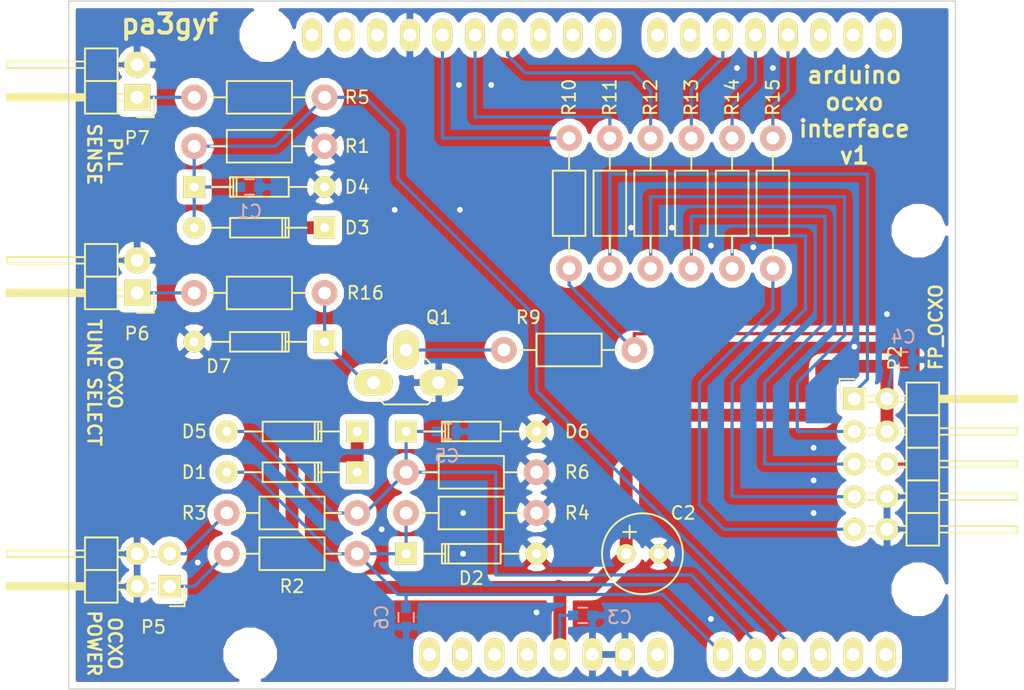
<source format=kicad_pcb>
(kicad_pcb (version 4) (host pcbnew "(after 2015-mar-04 BZR unknown)-product")
  (layers (0 F.Cu signal) (31 B.Cu signal) (34 B.Paste user) (35 F.Paste user) (36 B.SilkS user) (37 F.SilkS user) (38 B.Mask user) (39 F.Mask user) (44 Edge.Cuts user))
  (net 0 "")
  (net 1 "Net-(SHIELD1-PadAD5)")
  (net 2 "Net-(SHIELD1-PadAD4)")
  (net 3 "Net-(SHIELD1-PadAD3)")
  (net 4 "Net-(SHIELD1-PadV_IN)")
  (net 5 "Net-(SHIELD1-Pad3V3)")
  (net 6 "Net-(SHIELD1-PadRST)")
  (net 7 "Net-(SHIELD1-Pad0)")
  (net 8 "Net-(SHIELD1-Pad1)")
  (net 9 "Net-(SHIELD1-PadAREF)")
  (net 10 "Net-(SHIELD1-PadSDA)")
  (net 11 "Net-(SHIELD1-PadSCL)")
  (net 12 "Net-(SHIELD1-PadIO_R)")
  (net 13 "Net-(SHIELD1-PadNC)")
  (net 14 "Net-(P5-Pad1)")
  (net 15 "Net-(P5-Pad3)")
  (net 16 "Net-(P7-Pad1)")
  (net 17 GND)
  (net 18 +5V)
  (net 19 heater_red)
  (net 20 heater_green)
  (net 21 locked_red)
  (net 22 tune_sel)
  (net 23 locked_green)
  (net 24 tune_man)
  (net 25 tune_pll)
  (net 26 "Net-(C1-Pad1)")
  (net 27 "Net-(R15-Pad2)")
  (net 28 "Net-(R14-Pad2)")
  (net 29 "Net-(R13-Pad2)")
  (net 30 "Net-(R12-Pad2)")
  (net 31 "Net-(R11-Pad2)")
  (net 32 "Net-(R10-Pad2)")
  (net 33 "Net-(C5-Pad1)")
  (net 34 "Net-(C6-Pad1)")
  (net 35 "Net-(D7-Pad2)")
  (net 36 "Net-(Q1-Pad2)")
  (net 37 "Net-(SHIELD1-Pad2)")
  (net 38 "Net-(SHIELD1-Pad6)")
  (net 39 "Net-(SHIELD1-Pad7)")
  (net 40 "Net-(SHIELD1-Pad8)")
  (net 41 "Net-(SHIELD1-Pad9)")
  (net 42 "Net-(SHIELD1-Pad10)")
  (module via:via (layer F.Cu) (at 173.736 67.818)
    (fp_text reference "" hide)
    (fp_text value "" hide)
    (pad 1 thru_hole circle (at 0 0) (size 0.97 0.97) (drill 0.45) (layers *.Cu *.Mask) (net 17 GND))
  )
  (module via:via (layer F.Cu) (at 178.816 67.818)
    (fp_text reference "" hide)
    (fp_text value "" hide)
    (pad 1 thru_hole circle (at 0 0) (size 0.97 0.97) (drill 0.45) (layers *.Cu *.Mask) (net 17 GND))
  )
  (module via:via (layer F.Cu) (at 211.328 76.2)
    (fp_text reference "" hide)
    (fp_text value "" hide)
    (pad 1 thru_hole circle (at 0.762 -0.254) (size 0.97 0.97) (drill 0.45) (layers *.Cu *.Mask) (net 17 GND))
  )
  (module via:via (layer F.Cu) (at 208.788 78.74)
    (fp_text reference "" hide)
    (fp_text value "" hide)
    (pad 1 thru_hole circle (at 0.762 -0.254) (size 0.97 0.97) (drill 0.45) (layers *.Cu *.Mask) (net 17 GND))
  )
  (module via:via (layer F.Cu) (at 184.785 99.187)
    (fp_text reference "" hide)
    (fp_text value "" hide)
    (pad 1 thru_hole circle (at 0 0) (size 0.97 0.97) (drill 0.45) (layers *.Cu *.Mask) (net 17 GND))
  )
  (module via:via (layer F.Cu) (at 203.2 56.769)
    (fp_text reference "" hide)
    (fp_text value "" hide)
    (pad 1 thru_hole circle (at 0 0) (size 0.97 0.97) (drill 0.45) (layers *.Cu *.Mask) (net 17 GND))
  )
  (module via:via (layer F.Cu) (at 200.406 56.769)
    (fp_text reference "" hide)
    (fp_text value "" hide)
    (pad 1 thru_hole circle (at 0 0) (size 0.97 0.97) (drill 0.45) (layers *.Cu *.Mask) (net 17 GND))
  )
  (module via:via (layer F.Cu) (at 201.676 70.739)
    (fp_text reference "" hide)
    (fp_text value "" hide)
    (pad 1 thru_hole circle (at 0 0) (size 0.97 0.97) (drill 0.45) (layers *.Cu *.Mask) (net 17 GND))
  )
  (module via:via (layer F.Cu) (at 198.374 70.612)
    (fp_text reference "" hide)
    (fp_text value "" hide)
    (pad 1 thru_hole circle (at 0 0) (size 0.97 0.97) (drill 0.45) (layers *.Cu *.Mask) (net 17 GND))
  )
  (module via:via (layer F.Cu) (at 195.326 69.215)
    (fp_text reference "" hide)
    (fp_text value "" hide)
    (pad 1 thru_hole circle (at 0 0) (size 0.97 0.97) (drill 0.45) (layers *.Cu *.Mask) (net 17 GND))
  )
  (module via:via (layer F.Cu) (at 192.151 69.215)
    (fp_text reference "" hide)
    (fp_text value "" hide)
    (pad 1 thru_hole circle (at 0 0) (size 0.97 0.97) (drill 0.45) (layers *.Cu *.Mask) (net 17 GND))
  )
  (module via:via (layer F.Cu) (at 181.2544 58.0898)
    (fp_text reference "" hide)
    (fp_text value "" hide)
    (pad 1 thru_hole circle (at 0 0) (size 0.97 0.97) (drill 0.45) (layers *.Cu *.Mask) (net 17 GND))
  )
  (module via:via (layer F.Cu) (at 178.7398 58.0898)
    (fp_text reference "" hide)
    (fp_text value "" hide)
    (pad 1 thru_hole circle (at 0 0) (size 0.97 0.97) (drill 0.45) (layers *.Cu *.Mask) (net 17 GND))
  )
  (module via:via (layer F.Cu) (at 158.3944 95.3008)
    (fp_text reference "" hide)
    (fp_text value "" hide)
    (pad 1 thru_hole circle (at 0 0) (size 0.97 0.97) (drill 0.45) (layers *.Cu *.Mask) (net 17 GND))
  )
  (module via:via (layer F.Cu) (at 172.72 92.71)
    (fp_text reference "" hide)
    (fp_text value "" hide)
    (pad 1 thru_hole circle (at 0 0) (size 0.97 0.97) (drill 0.45) (layers *.Cu *.Mask) (net 17 GND))
  )
  (module via:via (layer F.Cu) (at 179.07 94.615)
    (fp_text reference "" hide)
    (fp_text value "" hide)
    (pad 1 thru_hole circle (at 0 0) (size 0.97 0.97) (drill 0.45) (layers *.Cu *.Mask) (net 17 GND))
  )
  (module via:via (layer F.Cu) (at 198.374 99.695)
    (fp_text reference "" hide)
    (fp_text value "" hide)
    (pad 1 thru_hole circle (at 0 0) (size 0.97 0.97) (drill 0.45) (layers *.Cu *.Mask) (net 17 GND))
  )
  (module via:via (layer F.Cu) (at 179.07 94.615)
    (fp_text reference "" hide)
    (fp_text value "" hide)
    (pad 1 thru_hole circle (at 0 0) (size 0.97 0.97) (drill 0.45) (layers *.Cu *.Mask) (net 17 GND))
  )
  (module via:via (layer F.Cu) (at 179.07 91.44)
    (fp_text reference "" hide)
    (fp_text value "" hide)
    (pad 1 thru_hole circle (at 0 0) (size 0.97 0.97) (drill 0.45) (layers *.Cu *.Mask) (net 17 GND))
  )
  (module via:via (layer F.Cu) (at 206.375 86.36)
    (fp_text reference "" hide)
    (fp_text value "" hide)
    (pad 1 thru_hole circle (at 0 0) (size 0.97 0.97) (drill 0.45) (layers *.Cu *.Mask) (net 17 GND))
  )
  (module via:via (layer F.Cu) (at 206.375 88.9)
    (fp_text reference "" hide)
    (fp_text value "" hide)
    (pad 1 thru_hole circle (at 0 0) (size 0.97 0.97) (drill 0.45) (layers *.Cu *.Mask) (net 17 GND))
  )
  (module freetronics_footprints:ARDUINO_SHIELD (layer F.Cu) (at 148.5011 105.0036)
    (fp_text reference SHIELD1 hide)
    (fp_text value ARDUINO_SHIELD hide)
    (pad AD5 thru_hole oval (at 63.5 -2.54 90) (size 2.54 1.524) (drill 1.016) (layers *.Cu *.Mask F.SilkS) (net 1 "Net-(SHIELD1-PadAD5)"))
    (pad AD4 thru_hole oval (at 60.96 -2.54 90) (size 2.54 1.524) (drill 1.016) (layers *.Cu *.Mask F.SilkS) (net 2 "Net-(SHIELD1-PadAD4)"))
    (pad AD3 thru_hole oval (at 58.42 -2.54 90) (size 2.54 1.524) (drill 1.016) (layers *.Cu *.Mask F.SilkS) (net 3 "Net-(SHIELD1-PadAD3)"))
    (pad AD0 thru_hole oval (at 50.8 -2.54 90) (size 2.54 1.524) (drill 1.016) (layers *.Cu *.Mask F.SilkS) (net 34 "Net-(C6-Pad1)"))
    (pad AD1 thru_hole oval (at 53.34 -2.54 90) (size 2.54 1.524) (drill 1.016) (layers *.Cu *.Mask F.SilkS) (net 33 "Net-(C5-Pad1)"))
    (pad AD2 thru_hole oval (at 55.88 -2.54 90) (size 2.54 1.524) (drill 1.016) (layers *.Cu *.Mask F.SilkS) (net 26 "Net-(C1-Pad1)"))
    (pad V_IN thru_hole oval (at 45.72 -2.54 90) (size 2.54 1.524) (drill 1.016) (layers *.Cu *.Mask F.SilkS) (net 4 "Net-(SHIELD1-PadV_IN)"))
    (pad GND2 thru_hole oval (at 43.18 -2.54 90) (size 2.54 1.524) (drill 1.016) (layers *.Cu *.Mask F.SilkS) (net 17 GND))
    (pad GND1 thru_hole oval (at 40.64 -2.54 90) (size 2.54 1.524) (drill 1.016) (layers *.Cu *.Mask F.SilkS) (net 17 GND))
    (pad 3V3 thru_hole oval (at 35.56 -2.54 90) (size 2.54 1.524) (drill 1.016) (layers *.Cu *.Mask F.SilkS) (net 5 "Net-(SHIELD1-Pad3V3)"))
    (pad RST thru_hole oval (at 33.02 -2.54 90) (size 2.54 1.524) (drill 1.016) (layers *.Cu *.Mask F.SilkS) (net 6 "Net-(SHIELD1-PadRST)"))
    (pad 0 thru_hole oval (at 63.5 -50.8 90) (size 2.54 1.524) (drill 1.016) (layers *.Cu *.Mask F.SilkS) (net 7 "Net-(SHIELD1-Pad0)"))
    (pad 1 thru_hole oval (at 60.96 -50.8 90) (size 2.54 1.524) (drill 1.016) (layers *.Cu *.Mask F.SilkS) (net 8 "Net-(SHIELD1-Pad1)"))
    (pad 2 thru_hole oval (at 58.42 -50.8 90) (size 2.54 1.524) (drill 1.016) (layers *.Cu *.Mask F.SilkS) (net 37 "Net-(SHIELD1-Pad2)"))
    (pad 3 thru_hole oval (at 55.88 -50.8 90) (size 2.54 1.524) (drill 1.016) (layers *.Cu *.Mask F.SilkS) (net 27 "Net-(R15-Pad2)"))
    (pad 4 thru_hole oval (at 53.34 -50.8 90) (size 2.54 1.524) (drill 1.016) (layers *.Cu *.Mask F.SilkS) (net 28 "Net-(R14-Pad2)"))
    (pad 5 thru_hole oval (at 50.8 -50.8 90) (size 2.54 1.524) (drill 1.016) (layers *.Cu *.Mask F.SilkS) (net 29 "Net-(R13-Pad2)"))
    (pad 6 thru_hole oval (at 48.26 -50.8 90) (size 2.54 1.524) (drill 1.016) (layers *.Cu *.Mask F.SilkS) (net 38 "Net-(SHIELD1-Pad6)"))
    (pad 7 thru_hole oval (at 45.72 -50.8 90) (size 2.54 1.524) (drill 1.016) (layers *.Cu *.Mask F.SilkS) (net 39 "Net-(SHIELD1-Pad7)"))
    (pad 8 thru_hole oval (at 41.656 -50.8 90) (size 2.54 1.524) (drill 1.016) (layers *.Cu *.Mask F.SilkS) (net 40 "Net-(SHIELD1-Pad8)"))
    (pad 9 thru_hole oval (at 39.116 -50.8 90) (size 2.54 1.524) (drill 1.016) (layers *.Cu *.Mask F.SilkS) (net 41 "Net-(SHIELD1-Pad9)"))
    (pad 10 thru_hole oval (at 36.576 -50.8 90) (size 2.54 1.524) (drill 1.016) (layers *.Cu *.Mask F.SilkS) (net 42 "Net-(SHIELD1-Pad10)"))
    (pad 11 thru_hole oval (at 34.036 -50.8 90) (size 2.54 1.524) (drill 1.016) (layers *.Cu *.Mask F.SilkS) (net 30 "Net-(R12-Pad2)"))
    (pad 12 thru_hole oval (at 31.496 -50.8 90) (size 2.54 1.524) (drill 1.016) (layers *.Cu *.Mask F.SilkS) (net 31 "Net-(R11-Pad2)"))
    (pad 13 thru_hole oval (at 28.956 -50.8 90) (size 2.54 1.524) (drill 1.016) (layers *.Cu *.Mask F.SilkS) (net 32 "Net-(R10-Pad2)"))
    (pad GND3 thru_hole oval (at 26.416 -50.8 90) (size 2.54 1.524) (drill 1.016) (layers *.Cu *.Mask F.SilkS) (net 17 GND))
    (pad AREF thru_hole oval (at 23.876 -50.8 90) (size 2.54 1.524) (drill 1.016) (layers *.Cu *.Mask F.SilkS) (net 9 "Net-(SHIELD1-PadAREF)"))
    (pad 5V thru_hole oval (at 38.1 -2.54 90) (size 2.54 1.524) (drill 1.016) (layers *.Cu *.Mask F.SilkS) (net 18 +5V))
    (pad "" np_thru_hole circle (at 66.04 -7.62 90) (size 3.175 3.175) (drill 3.175) (layers *.Cu *.Mask F.SilkS))
    (pad "" np_thru_hole circle (at 66.04 -35.56 90) (size 3.175 3.175) (drill 3.175) (layers *.Cu *.Mask F.SilkS))
    (pad "" np_thru_hole circle (at 15.24 -50.8 90) (size 3.175 3.175) (drill 3.175) (layers *.Cu *.Mask F.SilkS))
    (pad "" np_thru_hole circle (at 13.97 -2.54 90) (size 3.175 3.175) (drill 3.175) (layers *.Cu *.Mask F.SilkS))
    (pad SDA thru_hole oval (at 21.336 -50.8 90) (size 2.54 1.524) (drill 1.016) (layers *.Cu *.Mask F.SilkS) (net 10 "Net-(SHIELD1-PadSDA)"))
    (pad SCL thru_hole oval (at 18.796 -50.8 90) (size 2.54 1.524) (drill 1.016) (layers *.Cu *.Mask F.SilkS) (net 11 "Net-(SHIELD1-PadSCL)"))
    (pad IO_R thru_hole oval (at 30.48 -2.54 90) (size 2.54 1.524) (drill 1.016) (layers *.Cu *.Mask F.SilkS) (net 12 "Net-(SHIELD1-PadIO_R)"))
    (pad NC thru_hole oval (at 27.94 -2.54 90) (size 2.54 1.524) (drill 1.016) (layers *.Cu *.Mask F.SilkS) (net 13 "Net-(SHIELD1-PadNC)"))
  )
  (module Pin_Headers:Pin_Header_Angled_2x05 (layer F.Cu) (at 209.55 82.55)
    (fp_text reference P2 (at 3.175 -3.175 90) (layer F.SilkS))
    (fp_text value CONN_FP_OCXO)
    (pad 1 thru_hole rect (at 0 0) (size 1.7272 1.7272) (drill 1.016) (layers *.Cu *.Mask F.SilkS) (net 19 heater_red))
    (pad 2 thru_hole oval (at 2.54 0) (size 1.7272 1.7272) (drill 1.016) (layers *.Cu *.Mask F.SilkS) (net 18 +5V))
    (pad 3 thru_hole oval (at 0 2.54) (size 1.7272 1.7272) (drill 1.016) (layers *.Cu *.Mask F.SilkS) (net 20 heater_green))
    (pad 4 thru_hole oval (at 2.54 2.54) (size 1.7272 1.7272) (drill 1.016) (layers *.Cu *.Mask F.SilkS) (net 18 +5V))
    (pad 5 thru_hole oval (at 0 5.08) (size 1.7272 1.7272) (drill 1.016) (layers *.Cu *.Mask F.SilkS) (net 21 locked_red))
    (pad 6 thru_hole oval (at 2.54 5.08) (size 1.7272 1.7272) (drill 1.016) (layers *.Cu *.Mask F.SilkS) (net 22 tune_sel))
    (pad 7 thru_hole oval (at 0 7.62) (size 1.7272 1.7272) (drill 1.016) (layers *.Cu *.Mask F.SilkS) (net 23 locked_green))
    (pad 8 thru_hole oval (at 2.54 7.62) (size 1.7272 1.7272) (drill 1.016) (layers *.Cu *.Mask F.SilkS) (net 17 GND))
    (pad 9 thru_hole oval (at 0 10.16) (size 1.7272 1.7272) (drill 1.016) (layers *.Cu *.Mask F.SilkS) (net 24 tune_man))
    (pad 10 thru_hole oval (at 2.54 10.16) (size 1.7272 1.7272) (drill 1.016) (layers *.Cu *.Mask F.SilkS) (net 17 GND))
  )
  (module Pin_Headers:Pin_Header_Angled_2x02 (layer F.Cu) (at 156.21 97.155 180)
    (fp_text reference P5 (at 1.27 -3.175 360) (layer F.SilkS))
    (fp_text value CONN_OCXO_POWER)
    (pad 1 thru_hole rect (at 0 0 180) (size 1.7272 1.7272) (drill 1.016) (layers *.Cu *.Mask F.SilkS) (net 14 "Net-(P5-Pad1)"))
    (pad 2 thru_hole oval (at 2.54 0 180) (size 1.7272 1.7272) (drill 1.016) (layers *.Cu *.Mask F.SilkS) (net 17 GND))
    (pad 3 thru_hole oval (at 0 2.54 180) (size 1.7272 1.7272) (drill 1.016) (layers *.Cu *.Mask F.SilkS) (net 15 "Net-(P5-Pad3)"))
    (pad 4 thru_hole oval (at 2.54 2.54 180) (size 1.7272 1.7272) (drill 1.016) (layers *.Cu *.Mask F.SilkS) (net 17 GND))
  )
  (module Pin_Headers:Pin_Header_Angled_1x02 (layer F.Cu) (at 153.67 74.295 180)
    (fp_text reference P6 (at 0 -3.175 180) (layer F.SilkS))
    (fp_text value CONN_OCXO_TUNE_SELECT)
    (pad 1 thru_hole rect (at 0 0 180) (size 2.032 2.032) (drill 1.016) (layers *.Cu *.Mask F.SilkS) (net 25 tune_pll))
    (pad 2 thru_hole oval (at 0 2.54 180) (size 2.032 2.032) (drill 1.016) (layers *.Cu *.Mask F.SilkS) (net 17 GND))
  )
  (module Pin_Headers:Pin_Header_Angled_1x02 (layer F.Cu) (at 153.67 59.055 180)
    (fp_text reference P7 (at 0 -3.175 180) (layer F.SilkS))
    (fp_text value CONN_PLL_SENSE)
    (pad 1 thru_hole rect (at 0 0 180) (size 2.032 2.032) (drill 1.016) (layers *.Cu *.Mask F.SilkS) (net 16 "Net-(P7-Pad1)"))
    (pad 2 thru_hole oval (at 0 2.54 180) (size 2.032 2.032) (drill 1.016) (layers *.Cu *.Mask F.SilkS) (net 17 GND))
  )
  (module Capacitors_Elko_ThroughHole:Elko_vert_11.2x6.3mm_RM2.5 (layer F.Cu) (at 191.77 94.615)
    (fp_text reference C2 (at 4.445 -3.175) (layer F.SilkS))
    (fp_text value 22u)
    (fp_line (start 0.26924 -1.69926) (end 0.76962 -1.69926) (layer F.Cu) (width 0.15))
    (fp_line (start 0.26924 -1.69926) (end 0.26924 -2.19964) (layer F.Cu) (width 0.15))
    (fp_line (start -0.23114 -1.69926) (end 0.26924 -1.69926) (layer F.Cu) (width 0.15))
    (fp_line (start 0.26924 -1.69926) (end 0.26924 -1.30048) (layer F.Cu) (width 0.15))
    (fp_line (start 0.26924 -1.30048) (end 0.26924 -1.19888) (layer F.Cu) (width 0.15))
    (pad 2 thru_hole circle (at 2.54 0) (size 1.50114 1.50114) (drill 0.8001) (layers *.Cu *.Mask F.SilkS) (net 17 GND))
    (pad 1 thru_hole circle (at 0 0) (size 1.50114 1.50114) (drill 0.8001) (layers *.Cu *.Mask F.SilkS) (net 18 +5V))
  )
  (module Capacitors_SMD:C_0603 (layer B.Cu) (at 188.3918 99.4156)
    (fp_text reference C3 (at 2.8702 0.1524) (layer B.SilkS) (effects (justify mirror)))
    (fp_text value 1u)
    (pad 1 smd rect (at -0.75 0) (size 0.8 0.75) (layers B.Cu B.Paste B.Mask) (net 18 +5V))
    (pad 2 smd rect (at 0.75 0) (size 0.8 0.75) (layers B.Cu B.Paste B.Mask) (net 17 GND))
  )
  (module Capacitors_SMD:C_0603 (layer B.Cu) (at 162.433 66.04)
    (fp_text reference C1 (at 0 1.9) (layer B.SilkS) (effects (justify mirror)))
    (fp_text value 1u)
    (pad 1 smd rect (at -0.75 0) (size 0.8 0.75) (layers B.Cu B.Paste B.Mask) (net 26 "Net-(C1-Pad1)"))
    (pad 2 smd rect (at 0.75 0) (size 0.8 0.75) (layers B.Cu B.Paste B.Mask) (net 17 GND))
  )
  (module Capacitors_SMD:C_0603 (layer B.Cu) (at 177.8 85.09)
    (fp_text reference C5 (at 0 1.9) (layer B.SilkS) (effects (justify mirror)))
    (fp_text value 1u)
    (pad 1 smd rect (at -0.75 0) (size 0.8 0.75) (layers B.Cu B.Paste B.Mask) (net 33 "Net-(C5-Pad1)"))
    (pad 2 smd rect (at 0.75 0) (size 0.8 0.75) (layers B.Cu B.Paste B.Mask) (net 17 GND))
  )
  (module Capacitors_SMD:C_0603 (layer B.Cu) (at 174.625 99.568 270)
    (fp_text reference C6 (at 0 1.9 270) (layer B.SilkS) (effects (justify mirror)))
    (fp_text value 1u)
    (pad 1 smd rect (at -0.75 0 270) (size 0.8 0.75) (layers B.Cu B.Paste B.Mask) (net 34 "Net-(C6-Pad1)"))
    (pad 2 smd rect (at 0.75 0 270) (size 0.8 0.75) (layers B.Cu B.Paste B.Mask) (net 17 GND))
  )
  (module Diodes_ThroughHole:Diode_DO-35_SOD27_Horizontal_RM10 (layer F.Cu) (at 165.735 88.265)
    (fp_text reference D1 (at -7.62 0) (layer F.SilkS))
    (fp_text value 1N4148)
    (pad 1 thru_hole circle (at -5.08 0) (size 1.69926 1.69926) (drill 0.70104) (layers *.Cu *.Mask F.SilkS) (net 34 "Net-(C6-Pad1)"))
    (pad 2 thru_hole rect (at 5.08 0) (size 1.69926 1.69926) (drill 0.70104) (layers *.Cu *.Mask F.SilkS) (net 18 +5V))
  )
  (module Diodes_ThroughHole:Diode_DO-35_SOD27_Horizontal_RM10 (layer F.Cu) (at 179.705 94.615 180)
    (fp_text reference D2 (at 0 -1.905 180) (layer F.SilkS))
    (fp_text value 1N4148)
    (pad 1 thru_hole circle (at -5.08 0 180) (size 1.69926 1.69926) (drill 0.70104) (layers *.Cu *.Mask F.SilkS) (net 17 GND))
    (pad 2 thru_hole rect (at 5.08 0 180) (size 1.69926 1.69926) (drill 0.70104) (layers *.Cu *.Mask F.SilkS) (net 34 "Net-(C6-Pad1)"))
  )
  (module Diodes_ThroughHole:Diode_DO-35_SOD27_Horizontal_RM10 (layer F.Cu) (at 163.195 69.215)
    (fp_text reference D3 (at 7.62 0) (layer F.SilkS))
    (fp_text value 1N4148)
    (pad 1 thru_hole circle (at -5.08 0) (size 1.69926 1.69926) (drill 0.70104) (layers *.Cu *.Mask F.SilkS) (net 26 "Net-(C1-Pad1)"))
    (pad 2 thru_hole rect (at 5.08 0) (size 1.69926 1.69926) (drill 0.70104) (layers *.Cu *.Mask F.SilkS) (net 18 +5V))
  )
  (module Diodes_ThroughHole:Diode_DO-35_SOD27_Horizontal_RM10 (layer F.Cu) (at 163.195 66.04 180)
    (fp_text reference D4 (at -7.62 0 180) (layer F.SilkS))
    (fp_text value 1N4148)
    (pad 1 thru_hole circle (at -5.08 0 180) (size 1.69926 1.69926) (drill 0.70104) (layers *.Cu *.Mask F.SilkS) (net 17 GND))
    (pad 2 thru_hole rect (at 5.08 0 180) (size 1.69926 1.69926) (drill 0.70104) (layers *.Cu *.Mask F.SilkS) (net 26 "Net-(C1-Pad1)"))
  )
  (module Diodes_ThroughHole:Diode_DO-35_SOD27_Horizontal_RM10 (layer F.Cu) (at 165.735 85.09)
    (fp_text reference D5 (at -7.62 0) (layer F.SilkS))
    (fp_text value 1N4148)
    (pad 1 thru_hole circle (at -5.08 0) (size 1.69926 1.69926) (drill 0.70104) (layers *.Cu *.Mask F.SilkS) (net 33 "Net-(C5-Pad1)"))
    (pad 2 thru_hole rect (at 5.08 0) (size 1.69926 1.69926) (drill 0.70104) (layers *.Cu *.Mask F.SilkS) (net 18 +5V))
  )
  (module Diodes_ThroughHole:Diode_DO-35_SOD27_Horizontal_RM10 (layer F.Cu) (at 179.705 85.09 180)
    (fp_text reference D6 (at -8.255 0 180) (layer F.SilkS))
    (fp_text value 1N4148)
    (pad 1 thru_hole circle (at -5.08 0 180) (size 1.69926 1.69926) (drill 0.70104) (layers *.Cu *.Mask F.SilkS) (net 17 GND))
    (pad 2 thru_hole rect (at 5.08 0 180) (size 1.69926 1.69926) (drill 0.70104) (layers *.Cu *.Mask F.SilkS) (net 33 "Net-(C5-Pad1)"))
  )
  (module Diodes_ThroughHole:Diode_DO-35_SOD27_Horizontal_RM10 (layer F.Cu) (at 163.195 78.105)
    (fp_text reference D7 (at -3.175 1.905) (layer F.SilkS))
    (fp_text value 1N4148)
    (pad 1 thru_hole circle (at -5.08 0) (size 1.69926 1.69926) (drill 0.70104) (layers *.Cu *.Mask F.SilkS) (net 17 GND))
    (pad 2 thru_hole rect (at 5.08 0) (size 1.69926 1.69926) (drill 0.70104) (layers *.Cu *.Mask F.SilkS) (net 35 "Net-(D7-Pad2)"))
  )
  (module Housings_TO-92:TO-92_Rugged (layer F.Cu) (at 172.085 81.28)
    (fp_text reference Q1 (at 5.08 -5.08) (layer F.SilkS))
    (fp_text value BC547)
    (pad 2 thru_hole oval (at 2.54 -2.54 90) (size 2.99974 1.99898) (drill 1) (layers *.Cu *.Mask F.SilkS) (net 36 "Net-(Q1-Pad2)"))
    (pad 1 thru_hole oval (at 0 0 90) (size 1.99898 2.99974) (drill 1) (layers *.Cu *.Mask F.SilkS) (net 35 "Net-(D7-Pad2)"))
    (pad 3 thru_hole oval (at 5.08 0 90) (size 1.99898 2.99974) (drill 1) (layers *.Cu *.Mask F.SilkS) (net 17 GND))
  )
  (module Resistors_ThroughHole:Resistor_Horizontal_RM10mm (layer F.Cu) (at 163.195 59.055 180)
    (fp_text reference R1 (at -7.62 -3.81 180) (layer F.SilkS))
    (fp_text value 1k)
    (pad 1 thru_hole circle (at -5.08 0 180) (size 1.99898 1.99898) (drill 1.00076) (layers *.Cu *.SilkS *.Mask) (net 26 "Net-(C1-Pad1)"))
    (pad 2 thru_hole circle (at 5.08 0 180) (size 1.99898 1.99898) (drill 1.00076) (layers *.Cu *.SilkS *.Mask) (net 16 "Net-(P7-Pad1)"))
  )
  (module Resistors_ThroughHole:Resistor_Horizontal_RM10mm (layer F.Cu) (at 165.735 94.615 180)
    (fp_text reference R2 (at 0 -2.54 180) (layer F.SilkS))
    (fp_text value 10k)
    (pad 1 thru_hole circle (at -5.08 0 180) (size 1.99898 1.99898) (drill 1.00076) (layers *.Cu *.SilkS *.Mask) (net 34 "Net-(C6-Pad1)"))
    (pad 2 thru_hole circle (at 5.08 0 180) (size 1.99898 1.99898) (drill 1.00076) (layers *.Cu *.SilkS *.Mask) (net 14 "Net-(P5-Pad1)"))
  )
  (module Resistors_ThroughHole:Resistor_Horizontal_RM10mm (layer F.Cu) (at 165.735 91.44 180)
    (fp_text reference R3 (at 7.62 0 180) (layer F.SilkS))
    (fp_text value 10k)
    (pad 1 thru_hole circle (at -5.08 0 180) (size 1.99898 1.99898) (drill 1.00076) (layers *.Cu *.SilkS *.Mask) (net 33 "Net-(C5-Pad1)"))
    (pad 2 thru_hole circle (at 5.08 0 180) (size 1.99898 1.99898) (drill 1.00076) (layers *.Cu *.SilkS *.Mask) (net 15 "Net-(P5-Pad3)"))
  )
  (module Resistors_ThroughHole:Resistor_Horizontal_RM10mm (layer F.Cu) (at 179.705 91.44)
    (fp_text reference R4 (at 8.255 0) (layer F.SilkS))
    (fp_text value 2k2)
    (pad 1 thru_hole circle (at -5.08 0) (size 1.99898 1.99898) (drill 1.00076) (layers *.Cu *.SilkS *.Mask) (net 34 "Net-(C6-Pad1)"))
    (pad 2 thru_hole circle (at 5.08 0) (size 1.99898 1.99898) (drill 1.00076) (layers *.Cu *.SilkS *.Mask) (net 17 GND))
  )
  (module Resistors_ThroughHole:Resistor_Horizontal_RM10mm (layer F.Cu) (at 163.195 62.865)
    (fp_text reference R5 (at 7.62 -3.81) (layer F.SilkS))
    (fp_text value 10k)
    (pad 1 thru_hole circle (at -5.08 0) (size 1.99898 1.99898) (drill 1.00076) (layers *.Cu *.SilkS *.Mask) (net 26 "Net-(C1-Pad1)"))
    (pad 2 thru_hole circle (at 5.08 0) (size 1.99898 1.99898) (drill 1.00076) (layers *.Cu *.SilkS *.Mask) (net 17 GND))
  )
  (module Resistors_ThroughHole:Resistor_Horizontal_RM10mm (layer F.Cu) (at 179.705 88.265)
    (fp_text reference R6 (at 8.255 0) (layer F.SilkS))
    (fp_text value 2k2)
    (pad 1 thru_hole circle (at -5.08 0) (size 1.99898 1.99898) (drill 1.00076) (layers *.Cu *.SilkS *.Mask) (net 33 "Net-(C5-Pad1)"))
    (pad 2 thru_hole circle (at 5.08 0) (size 1.99898 1.99898) (drill 1.00076) (layers *.Cu *.SilkS *.Mask) (net 17 GND))
  )
  (module Resistors_ThroughHole:Resistor_Horizontal_RM10mm (layer F.Cu) (at 187.325 78.74 180)
    (fp_text reference R9 (at 3.175 2.54 180) (layer F.SilkS))
    (fp_text value 10k)
    (pad 1 thru_hole circle (at -5.08 0 180) (size 1.99898 1.99898) (drill 1.00076) (layers *.Cu *.SilkS *.Mask) (net 22 tune_sel))
    (pad 2 thru_hole circle (at 5.08 0 180) (size 1.99898 1.99898) (drill 1.00076) (layers *.Cu *.SilkS *.Mask) (net 36 "Net-(Q1-Pad2)"))
  )
  (module Resistors_ThroughHole:Resistor_Horizontal_RM10mm (layer F.Cu) (at 187.325 67.31 90)
    (fp_text reference R10 (at 8.255 0 90) (layer F.SilkS))
    (fp_text value 10k)
    (pad 1 thru_hole circle (at -5.08 0 90) (size 1.99898 1.99898) (drill 1.00076) (layers *.Cu *.SilkS *.Mask) (net 22 tune_sel))
    (pad 2 thru_hole circle (at 5.08 0 90) (size 1.99898 1.99898) (drill 1.00076) (layers *.Cu *.SilkS *.Mask) (net 32 "Net-(R10-Pad2)"))
  )
  (module Resistors_ThroughHole:Resistor_Horizontal_RM10mm (layer F.Cu) (at 190.5 67.31 90)
    (fp_text reference R11 (at 8.255 0 90) (layer F.SilkS))
    (fp_text value 270R)
    (pad 1 thru_hole circle (at -5.08 0 90) (size 1.99898 1.99898) (drill 1.00076) (layers *.Cu *.SilkS *.Mask) (net 19 heater_red))
    (pad 2 thru_hole circle (at 5.08 0 90) (size 1.99898 1.99898) (drill 1.00076) (layers *.Cu *.SilkS *.Mask) (net 31 "Net-(R11-Pad2)"))
  )
  (module Resistors_ThroughHole:Resistor_Horizontal_RM10mm (layer F.Cu) (at 193.675 67.31 90)
    (fp_text reference R12 (at 8.255 0 90) (layer F.SilkS))
    (fp_text value 270R)
    (pad 1 thru_hole circle (at -5.08 0 90) (size 1.99898 1.99898) (drill 1.00076) (layers *.Cu *.SilkS *.Mask) (net 20 heater_green))
    (pad 2 thru_hole circle (at 5.08 0 90) (size 1.99898 1.99898) (drill 1.00076) (layers *.Cu *.SilkS *.Mask) (net 30 "Net-(R12-Pad2)"))
  )
  (module Resistors_ThroughHole:Resistor_Horizontal_RM10mm (layer F.Cu) (at 196.85 67.31 90)
    (fp_text reference R13 (at 8.255 0 90) (layer F.SilkS))
    (fp_text value 270R)
    (pad 1 thru_hole circle (at -5.08 0 90) (size 1.99898 1.99898) (drill 1.00076) (layers *.Cu *.SilkS *.Mask) (net 21 locked_red))
    (pad 2 thru_hole circle (at 5.08 0 90) (size 1.99898 1.99898) (drill 1.00076) (layers *.Cu *.SilkS *.Mask) (net 29 "Net-(R13-Pad2)"))
  )
  (module Resistors_ThroughHole:Resistor_Horizontal_RM10mm (layer F.Cu) (at 200.025 67.31 90)
    (fp_text reference R14 (at 8.255 0 90) (layer F.SilkS))
    (fp_text value 270R)
    (pad 1 thru_hole circle (at -5.08 0 90) (size 1.99898 1.99898) (drill 1.00076) (layers *.Cu *.SilkS *.Mask) (net 23 locked_green))
    (pad 2 thru_hole circle (at 5.08 0 90) (size 1.99898 1.99898) (drill 1.00076) (layers *.Cu *.SilkS *.Mask) (net 28 "Net-(R14-Pad2)"))
  )
  (module Resistors_ThroughHole:Resistor_Horizontal_RM10mm (layer F.Cu) (at 203.2 67.31 90)
    (fp_text reference R15 (at 8.255 0 90) (layer F.SilkS))
    (fp_text value 270R)
    (pad 1 thru_hole circle (at -5.08 0 90) (size 1.99898 1.99898) (drill 1.00076) (layers *.Cu *.SilkS *.Mask) (net 24 tune_man))
    (pad 2 thru_hole circle (at 5.08 0 90) (size 1.99898 1.99898) (drill 1.00076) (layers *.Cu *.SilkS *.Mask) (net 27 "Net-(R15-Pad2)"))
  )
  (module Resistors_ThroughHole:Resistor_Horizontal_RM10mm (layer F.Cu) (at 163.195 74.295)
    (fp_text reference R16 (at 8.255 0) (layer F.SilkS))
    (fp_text value 100)
    (pad 1 thru_hole circle (at -5.08 0) (size 1.99898 1.99898) (drill 1.00076) (layers *.Cu *.SilkS *.Mask) (net 25 tune_pll))
    (pad 2 thru_hole circle (at 5.08 0) (size 1.99898 1.99898) (drill 1.00076) (layers *.Cu *.SilkS *.Mask) (net 35 "Net-(D7-Pad2)"))
  )
  (module Capacitors_SMD:C_0603 (layer B.Cu) (at 213.36 79.502)
    (fp_text reference C4 (at 0 -1.778) (layer B.SilkS) (effects (justify mirror)))
    (fp_text value 1u)
    (pad 1 smd rect (at -0.75 0) (size 0.8 0.75) (layers B.Cu B.Paste B.Mask) (net 18 +5V))
    (pad 2 smd rect (at 0.75 0) (size 0.8 0.75) (layers B.Cu B.Paste B.Mask) (net 17 GND))
  )
  (module via:via (layer F.Cu) (at 206.375 91.44)
    (fp_text reference "" hide)
    (fp_text value "" hide)
    (pad 1 thru_hole circle (at 0 0) (size 0.97 0.97) (drill 0.45) (layers *.Cu *.Mask) (net 17 GND))
  )
  (gr_line (start 148.336 105.156) (end 148.336 51.562) (angle 90) (layer Edge.Cuts) (width 0.1))
  (gr_line (start 217.424 105.156) (end 148.336 105.156) (angle 90) (layer Edge.Cuts) (width 0.1))
  (gr_line (start 217.424 51.562) (end 217.424 105.156) (angle 90) (layer Edge.Cuts) (width 0.1))
  (gr_line (start 148.336 51.562) (end 217.424 51.562) (angle 90) (layer Edge.Cuts) (width 0.1))
  (gr_text "arduino\nocxo\ninterface\nv1" (at 209.55 60.452) (layer F.SilkS) (effects (font (size 1.3 1.3) (thickness 0.25))))
  (gr_text pa3gyf (at 156.21 53.34) (layer F.SilkS) (effects (font (size 1.5 1.5) (thickness 0.3))))
  (gr_text "PLL\nSENSE" (at 151.13 63.5 270) (layer F.SilkS) (effects (font (size 1 1) (thickness 0.2))))
  (gr_text "OCXO\nTUNE SELECT" (at 151.13 81.28 270) (layer F.SilkS) (effects (font (size 1 1) (thickness 0.2))))
  (gr_text "OCXO\nPOWER" (at 151.13 101.6 270) (layer F.SilkS) (effects (font (size 1 1) (thickness 0.2))))
  (gr_text FP_OCXO (at 215.9 76.962 90) (layer F.SilkS) (effects (font (size 1 1) (thickness 0.2))))
  (segment (start 156.21 97.155) (end 158.115 97.155) (width 0.25) (layer B.Cu) (net 14))
  (segment (start 158.115 97.155) (end 160.655 94.615) (width 0.25) (layer B.Cu) (net 14))
  (segment (start 156.21 94.615) (end 157.48 94.615) (width 0.25) (layer B.Cu) (net 15))
  (segment (start 157.48 94.615) (end 160.655 91.44) (width 0.25) (layer B.Cu) (net 15))
  (segment (start 153.67 59.055) (end 158.115 59.055) (width 0.25) (layer B.Cu) (net 16))
  (segment (start 212.09 82.55) (end 212.598 79.514) (width 0.25) (layer B.Cu) (net 18))
  (segment (start 212.598 79.514) (end 212.61 79.502) (width 0.25) (layer B.Cu) (net 18))
  (segment (start 170.815 86.995) (end 170.815 88.265) (width 1) (layer F.Cu) (net 18))
  (segment (start 170.815 85.09) (end 170.815 86.995) (width 1) (layer F.Cu) (net 18))
  (segment (start 163.322 69.215) (end 168.275 69.215) (width 1) (layer F.Cu) (net 18))
  (segment (start 207.01 83.82) (end 207.01 80.01) (width 1) (layer F.Cu) (net 18))
  (segment (start 191.77 94.615) (end 191.77 88.265) (width 1) (layer F.Cu) (net 18))
  (segment (start 196.215 83.82) (end 207.01 83.82) (width 1) (layer F.Cu) (net 18))
  (segment (start 191.77 88.265) (end 196.215 83.82) (width 1) (layer F.Cu) (net 18))
  (segment (start 212.09 80.01) (end 212.09 82.55) (width 1) (layer F.Cu) (net 18))
  (segment (start 207.01 80.01) (end 212.09 80.01) (width 1) (layer F.Cu) (net 18))
  (segment (start 212.09 82.55) (end 212.09 85.09) (width 1) (layer F.Cu) (net 18))
  (segment (start 165.735 85.09) (end 165.735 82.423) (width 1) (layer F.Cu) (net 18))
  (segment (start 165.735 86.868) (end 165.735 85.09) (width 1) (layer F.Cu) (net 18))
  (segment (start 163.195 69.215) (end 163.322 69.215) (width 1) (layer F.Cu) (net 18))
  (segment (start 163.195 79.883) (end 163.195 69.215) (width 1) (layer F.Cu) (net 18))
  (segment (start 165.735 82.423) (end 163.195 79.883) (width 1) (layer F.Cu) (net 18))
  (segment (start 165.735 86.868) (end 170.688 86.868) (width 0.25) (layer F.Cu) (net 18))
  (segment (start 186.69 97.2439) (end 165.8239 97.2439) (width 1) (layer F.Cu) (net 18))
  (segment (start 165.735 86.995) (end 165.735 86.868) (width 1) (layer F.Cu) (net 18))
  (segment (start 165.735 97.155) (end 165.735 86.995) (width 1) (layer F.Cu) (net 18))
  (segment (start 165.8239 97.2439) (end 165.735 97.155) (width 1) (layer F.Cu) (net 18))
  (segment (start 186.6011 97.2439) (end 186.69 97.2439) (width 1) (layer F.Cu) (net 18))
  (segment (start 186.69 97.2439) (end 189.1411 97.2439) (width 1) (layer F.Cu) (net 18))
  (segment (start 189.1411 97.2439) (end 191.77 94.615) (width 1) (layer F.Cu) (net 18))
  (segment (start 186.6011 97.2439) (end 186.5122 97.155) (width 1) (layer F.Cu) (net 18))
  (segment (start 186.6011 102.4636) (end 186.6011 97.2439) (width 1) (layer F.Cu) (net 18))
  (segment (start 186.5884 99.4156) (end 186.6011 99.4283) (width 0.25) (layer B.Cu) (net 18))
  (segment (start 186.6011 99.4283) (end 186.6011 102.4636) (width 0.25) (layer B.Cu) (net 18))
  (segment (start 187.6418 99.4156) (end 186.5884 99.4156) (width 0.25) (layer B.Cu) (net 18))
  (segment (start 165.735 86.995) (end 170.815 86.995) (width 1) (layer F.Cu) (net 18))
  (segment (start 209.55 82.55) (end 209.55 82.042) (width 0.25) (layer B.Cu) (net 19))
  (segment (start 209.55 82.042) (end 210.566 81.026) (width 0.25) (layer B.Cu) (net 19))
  (segment (start 190.5 72.39) (end 190.5 65.024) (width 0.25) (layer B.Cu) (net 19))
  (segment (start 210.566 65.024) (end 210.566 81.026) (width 0.25) (layer B.Cu) (net 19))
  (segment (start 190.5 65.024) (end 210.566 65.024) (width 0.25) (layer B.Cu) (net 19))
  (segment (start 193.675 72.39) (end 193.675 66.802) (width 0.25) (layer B.Cu) (net 20))
  (segment (start 205.105 85.09) (end 209.55 85.09) (width 0.25) (layer B.Cu) (net 20))
  (segment (start 205.105 81.28) (end 205.105 85.09) (width 0.25) (layer B.Cu) (net 20))
  (segment (start 208.788 77.597) (end 205.105 81.28) (width 0.25) (layer B.Cu) (net 20))
  (segment (start 208.788 66.802) (end 208.788 77.597) (width 0.25) (layer B.Cu) (net 20))
  (segment (start 193.675 66.802) (end 208.788 66.802) (width 0.25) (layer B.Cu) (net 20))
  (segment (start 196.85 72.39) (end 196.85 68.326) (width 0.25) (layer B.Cu) (net 21))
  (segment (start 202.565 87.63) (end 209.55 87.63) (width 0.25) (layer B.Cu) (net 21))
  (segment (start 202.565 81.28) (end 202.565 87.63) (width 0.25) (layer B.Cu) (net 21))
  (segment (start 207.264 76.581) (end 202.565 81.28) (width 0.25) (layer B.Cu) (net 21))
  (segment (start 207.264 68.326) (end 207.264 76.581) (width 0.25) (layer B.Cu) (net 21))
  (segment (start 196.85 68.326) (end 207.264 68.326) (width 0.25) (layer B.Cu) (net 21))
  (segment (start 187.325 72.39) (end 187.325 73.66) (width 0.25) (layer B.Cu) (net 22))
  (segment (start 187.325 73.66) (end 192.405 78.74) (width 0.25) (layer B.Cu) (net 22))
  (segment (start 215.265 77.47) (end 215.265 87.63) (width 0.25) (layer F.Cu) (net 22))
  (segment (start 215.265 87.63) (end 212.09 87.63) (width 0.25) (layer F.Cu) (net 22))
  (segment (start 192.405 77.47) (end 215.265 77.47) (width 0.25) (layer F.Cu) (net 22))
  (segment (start 192.405 78.74) (end 192.405 77.47) (width 0.25) (layer F.Cu) (net 22))
  (segment (start 200.025 72.39) (end 200.025 69.85) (width 0.25) (layer B.Cu) (net 23))
  (segment (start 200.025 90.17) (end 209.55 90.17) (width 0.25) (layer B.Cu) (net 23))
  (segment (start 200.025 90.17) (end 200.025 90.17) (width 0.25) (layer B.Cu) (net 23))
  (segment (start 200.025 81.28) (end 200.025 90.17) (width 0.25) (layer B.Cu) (net 23))
  (segment (start 205.74 75.565) (end 200.025 81.28) (width 0.25) (layer B.Cu) (net 23))
  (segment (start 205.74 69.85) (end 205.74 75.565) (width 0.25) (layer B.Cu) (net 23))
  (segment (start 200.025 69.85) (end 205.74 69.85) (width 0.25) (layer B.Cu) (net 23))
  (segment (start 203.2 72.39) (end 203.2 75.565) (width 0.25) (layer B.Cu) (net 24))
  (segment (start 199.39 92.71) (end 209.55 92.71) (width 0.25) (layer B.Cu) (net 24))
  (segment (start 197.485 90.805) (end 199.39 92.71) (width 0.25) (layer B.Cu) (net 24))
  (segment (start 197.485 81.28) (end 197.485 90.805) (width 0.25) (layer B.Cu) (net 24))
  (segment (start 203.2 75.565) (end 197.485 81.28) (width 0.25) (layer B.Cu) (net 24))
  (segment (start 153.67 74.295) (end 158.115 74.295) (width 0.25) (layer B.Cu) (net 25))
  (segment (start 161.683 66.04) (end 158.115 66.04) (width 0.25) (layer B.Cu) (net 26))
  (segment (start 168.275 59.055) (end 171.45 59.055) (width 0.25) (layer B.Cu) (net 26))
  (segment (start 184.785 81.915) (end 204.3811 101.5111) (width 0.25) (layer B.Cu) (net 26))
  (segment (start 184.785 76.2) (end 184.785 81.915) (width 0.25) (layer B.Cu) (net 26))
  (segment (start 173.99 65.405) (end 184.785 76.2) (width 0.25) (layer B.Cu) (net 26))
  (segment (start 173.99 61.595) (end 173.99 65.405) (width 0.25) (layer B.Cu) (net 26))
  (segment (start 171.45 59.055) (end 173.99 61.595) (width 0.25) (layer B.Cu) (net 26))
  (segment (start 204.3811 101.5111) (end 204.3811 102.4636) (width 0.25) (layer B.Cu) (net 26))
  (segment (start 158.115 62.865) (end 158.115 66.04) (width 0.25) (layer B.Cu) (net 26))
  (segment (start 158.115 66.04) (end 158.115 69.215) (width 0.25) (layer B.Cu) (net 26))
  (segment (start 158.115 62.865) (end 164.465 62.865) (width 0.25) (layer B.Cu) (net 26))
  (segment (start 164.465 62.865) (end 168.275 59.055) (width 0.25) (layer B.Cu) (net 26))
  (segment (start 203.2 59.69) (end 204.3811 58.5089) (width 0.25) (layer B.Cu) (net 27))
  (segment (start 204.3811 58.5089) (end 204.3811 54.2036) (width 0.25) (layer B.Cu) (net 27))
  (segment (start 203.2 62.23) (end 203.2 59.69) (width 0.25) (layer B.Cu) (net 27))
  (segment (start 200.025 59.69) (end 201.8411 57.8739) (width 0.25) (layer B.Cu) (net 28))
  (segment (start 201.8411 57.8739) (end 201.8411 54.2036) (width 0.25) (layer B.Cu) (net 28))
  (segment (start 200.025 62.23) (end 200.025 59.69) (width 0.25) (layer B.Cu) (net 28))
  (segment (start 196.85 58.42) (end 199.3011 55.9689) (width 0.25) (layer B.Cu) (net 29))
  (segment (start 199.3011 55.9689) (end 199.3011 54.2036) (width 0.25) (layer B.Cu) (net 29))
  (segment (start 196.85 62.23) (end 196.85 58.42) (width 0.25) (layer B.Cu) (net 29))
  (segment (start 182.5371 54.2036) (end 182.5371 55.7911) (width 0.25) (layer B.Cu) (net 30))
  (segment (start 193.675 58.547) (end 193.675 62.23) (width 0.25) (layer B.Cu) (net 30))
  (segment (start 192.278 57.15) (end 193.675 58.547) (width 0.25) (layer B.Cu) (net 30))
  (segment (start 183.896 57.15) (end 192.278 57.15) (width 0.25) (layer B.Cu) (net 30))
  (segment (start 182.5371 55.7911) (end 183.896 57.15) (width 0.25) (layer B.Cu) (net 30))
  (segment (start 179.9971 54.2036) (end 179.9971 60.6171) (width 0.25) (layer B.Cu) (net 31))
  (segment (start 190.5 60.579) (end 190.5 62.23) (width 0.25) (layer B.Cu) (net 31))
  (segment (start 180.0352 60.579) (end 190.5 60.579) (width 0.25) (layer B.Cu) (net 31))
  (segment (start 179.9971 60.6171) (end 180.0352 60.579) (width 0.25) (layer B.Cu) (net 31))
  (segment (start 177.4571 54.2036) (end 177.4571 62.1919) (width 0.25) (layer B.Cu) (net 32))
  (segment (start 177.4952 62.23) (end 187.325 62.23) (width 0.25) (layer B.Cu) (net 32))
  (segment (start 177.4571 62.1919) (end 177.4952 62.23) (width 0.25) (layer B.Cu) (net 32))
  (segment (start 174.625 85.09) (end 177.05 85.09) (width 0.25) (layer B.Cu) (net 33))
  (segment (start 174.625 88.265) (end 181.61 88.265) (width 0.25) (layer B.Cu) (net 33))
  (segment (start 196.85 96.266) (end 201.8411 101.5111) (width 0.25) (layer B.Cu) (net 33))
  (segment (start 181.61 96.266) (end 196.85 96.266) (width 0.25) (layer B.Cu) (net 33))
  (segment (start 181.61 88.265) (end 181.61 96.266) (width 0.25) (layer B.Cu) (net 33))
  (segment (start 201.8411 101.5111) (end 201.8411 102.4636) (width 0.25) (layer B.Cu) (net 33))
  (segment (start 160.655 85.09) (end 162.56 85.09) (width 0.25) (layer B.Cu) (net 33))
  (segment (start 168.91 91.44) (end 170.815 91.44) (width 0.25) (layer B.Cu) (net 33))
  (segment (start 162.56 85.09) (end 168.91 91.44) (width 0.25) (layer B.Cu) (net 33))
  (segment (start 174.625 85.09) (end 174.625 88.265) (width 0.25) (layer B.Cu) (net 33))
  (segment (start 174.625 88.265) (end 171.45 91.44) (width 0.25) (layer B.Cu) (net 33))
  (segment (start 171.45 91.44) (end 170.815 91.44) (width 0.25) (layer B.Cu) (net 33))
  (segment (start 174.625 97.79) (end 174.625 98.818) (width 0.25) (layer B.Cu) (net 34))
  (segment (start 170.815 94.615) (end 173.99 97.79) (width 0.25) (layer B.Cu) (net 34))
  (segment (start 194.6275 97.79) (end 199.3011 102.4636) (width 0.25) (layer B.Cu) (net 34))
  (segment (start 173.99 97.79) (end 174.625 97.79) (width 0.25) (layer B.Cu) (net 34))
  (segment (start 174.625 97.79) (end 194.6275 97.79) (width 0.25) (layer B.Cu) (net 34))
  (segment (start 160.655 88.265) (end 162.56 88.265) (width 0.25) (layer B.Cu) (net 34))
  (segment (start 168.91 94.615) (end 170.815 94.615) (width 0.25) (layer B.Cu) (net 34))
  (segment (start 162.56 88.265) (end 168.91 94.615) (width 0.25) (layer B.Cu) (net 34))
  (segment (start 170.815 94.615) (end 174.625 94.615) (width 0.25) (layer B.Cu) (net 34))
  (segment (start 174.625 94.615) (end 174.625 91.44) (width 0.25) (layer B.Cu) (net 34))
  (segment (start 168.275 74.295) (end 168.275 78.105) (width 0.25) (layer B.Cu) (net 35))
  (segment (start 168.275 78.105) (end 171.45 81.28) (width 0.25) (layer B.Cu) (net 35))
  (segment (start 171.45 81.28) (end 172.085 81.28) (width 0.25) (layer B.Cu) (net 35))
  (segment (start 174.625 78.74) (end 182.245 78.74) (width 0.25) (layer B.Cu) (net 36))
  (zone (net 17) (net_name GND) (layer F.Cu) (connect_pads (clearance 0.508)) (min_thickness 0.254) (fill yes (arc_segments 16) (thermal_gap 0.508) (thermal_bridge_width 0.508))
    (polygon (pts (xy 217.424 105.156) (xy 148.336 105.156) (xy 148.336 51.562) (xy 217.424 51.562)))
  )
  (zone (net 17) (net_name GND) (layer B.Cu) (connect_pads (clearance 0.508)) (min_thickness 0.254) (fill yes (arc_segments 16) (thermal_gap 0.508) (thermal_bridge_width 0.508))
    (polygon (pts (xy 217.424 105.156) (xy 148.336 105.156) (xy 148.336 51.562) (xy 217.424 51.562)))
  )
)
</source>
